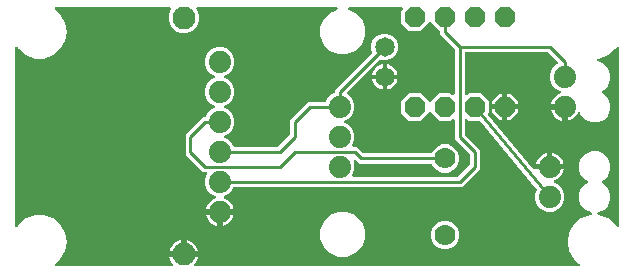
<source format=gbr>
G04 EAGLE Gerber RS-274X export*
G75*
%MOMM*%
%FSLAX34Y34*%
%LPD*%
%INTop Copper*%
%IPPOS*%
%AMOC8*
5,1,8,0,0,1.08239X$1,22.5*%
G01*
%ADD10C,1.651000*%
%ADD11P,1.869504X8X22.500000*%
%ADD12C,1.879600*%
%ADD13C,1.778000*%
%ADD14C,1.950000*%
%ADD15C,0.254000*%

G36*
X137459Y4590D02*
X137459Y4590D01*
X137598Y4603D01*
X137617Y4610D01*
X137637Y4613D01*
X137766Y4664D01*
X137897Y4711D01*
X137914Y4722D01*
X137933Y4730D01*
X138045Y4811D01*
X138160Y4889D01*
X138173Y4905D01*
X138190Y4916D01*
X138279Y5024D01*
X138371Y5128D01*
X138380Y5146D01*
X138393Y5161D01*
X138452Y5287D01*
X138515Y5411D01*
X138520Y5431D01*
X138528Y5449D01*
X138554Y5585D01*
X138585Y5721D01*
X138584Y5742D01*
X138588Y5761D01*
X138579Y5900D01*
X138575Y6039D01*
X138570Y6059D01*
X138568Y6079D01*
X138525Y6211D01*
X138487Y6345D01*
X138476Y6362D01*
X138470Y6381D01*
X138396Y6499D01*
X138325Y6619D01*
X138307Y6640D01*
X138300Y6650D01*
X138285Y6664D01*
X138219Y6740D01*
X137945Y7013D01*
X136808Y8578D01*
X135930Y10302D01*
X135332Y12142D01*
X135278Y12481D01*
X146050Y12481D01*
X146168Y12496D01*
X146287Y12503D01*
X146325Y12516D01*
X146365Y12521D01*
X146476Y12564D01*
X146589Y12601D01*
X146623Y12623D01*
X146661Y12638D01*
X146757Y12708D01*
X146858Y12771D01*
X146886Y12801D01*
X146918Y12824D01*
X146994Y12916D01*
X147076Y13003D01*
X147095Y13038D01*
X147121Y13069D01*
X147172Y13177D01*
X147229Y13281D01*
X147240Y13321D01*
X147257Y13357D01*
X147279Y13474D01*
X147309Y13589D01*
X147313Y13650D01*
X147317Y13670D01*
X147315Y13690D01*
X147319Y13750D01*
X147319Y15021D01*
X147321Y15021D01*
X147321Y13750D01*
X147336Y13632D01*
X147343Y13513D01*
X147356Y13475D01*
X147361Y13434D01*
X147405Y13324D01*
X147441Y13211D01*
X147463Y13176D01*
X147478Y13139D01*
X147548Y13043D01*
X147611Y12942D01*
X147641Y12914D01*
X147665Y12881D01*
X147756Y12806D01*
X147843Y12724D01*
X147878Y12704D01*
X147910Y12679D01*
X148017Y12628D01*
X148122Y12570D01*
X148161Y12560D01*
X148197Y12543D01*
X148314Y12521D01*
X148429Y12491D01*
X148490Y12487D01*
X148510Y12483D01*
X148530Y12485D01*
X148590Y12481D01*
X159362Y12481D01*
X159308Y12142D01*
X158710Y10302D01*
X157832Y8578D01*
X156695Y7013D01*
X156421Y6740D01*
X156336Y6630D01*
X156247Y6523D01*
X156239Y6504D01*
X156226Y6488D01*
X156171Y6360D01*
X156112Y6235D01*
X156108Y6215D01*
X156100Y6196D01*
X156078Y6059D01*
X156052Y5922D01*
X156053Y5902D01*
X156050Y5882D01*
X156063Y5744D01*
X156072Y5605D01*
X156078Y5586D01*
X156080Y5566D01*
X156127Y5434D01*
X156170Y5303D01*
X156181Y5285D01*
X156187Y5266D01*
X156266Y5151D01*
X156340Y5034D01*
X156355Y5020D01*
X156366Y5003D01*
X156470Y4911D01*
X156572Y4816D01*
X156589Y4806D01*
X156604Y4793D01*
X156729Y4729D01*
X156850Y4662D01*
X156870Y4657D01*
X156888Y4648D01*
X157024Y4618D01*
X157158Y4583D01*
X157186Y4581D01*
X157198Y4578D01*
X157218Y4579D01*
X157319Y4573D01*
X481464Y4573D01*
X481499Y4577D01*
X481534Y4575D01*
X481656Y4597D01*
X481779Y4613D01*
X481812Y4626D01*
X481847Y4632D01*
X481960Y4684D01*
X482075Y4730D01*
X482104Y4750D01*
X482136Y4765D01*
X482232Y4844D01*
X482332Y4916D01*
X482355Y4944D01*
X482383Y4966D01*
X482456Y5066D01*
X482535Y5161D01*
X482550Y5193D01*
X482571Y5222D01*
X482618Y5337D01*
X482671Y5449D01*
X482677Y5484D01*
X482691Y5517D01*
X482707Y5640D01*
X482731Y5761D01*
X482728Y5797D01*
X482733Y5832D01*
X482719Y5955D01*
X482711Y6079D01*
X482700Y6113D01*
X482696Y6148D01*
X482651Y6264D01*
X482613Y6381D01*
X482594Y6411D01*
X482581Y6444D01*
X482509Y6545D01*
X482443Y6650D01*
X482417Y6674D01*
X482396Y6703D01*
X482280Y6814D01*
X477715Y10644D01*
X473729Y17549D01*
X472345Y25400D01*
X473729Y33251D01*
X477715Y40155D01*
X483822Y45280D01*
X491314Y48007D01*
X491807Y48007D01*
X491876Y48015D01*
X491946Y48014D01*
X492034Y48035D01*
X492123Y48047D01*
X492188Y48072D01*
X492255Y48089D01*
X492335Y48131D01*
X492418Y48164D01*
X492475Y48205D01*
X492536Y48237D01*
X492603Y48298D01*
X492676Y48350D01*
X492720Y48404D01*
X492772Y48451D01*
X492821Y48526D01*
X492878Y48595D01*
X492908Y48659D01*
X492947Y48717D01*
X492976Y48802D01*
X493014Y48883D01*
X493027Y48952D01*
X493050Y49018D01*
X493057Y49107D01*
X493074Y49195D01*
X493069Y49265D01*
X493075Y49335D01*
X493060Y49423D01*
X493054Y49513D01*
X493033Y49579D01*
X493021Y49648D01*
X492984Y49730D01*
X492956Y49815D01*
X492919Y49874D01*
X492890Y49938D01*
X492834Y50008D01*
X492786Y50084D01*
X492735Y50132D01*
X492691Y50186D01*
X492620Y50241D01*
X492554Y50302D01*
X492493Y50336D01*
X492437Y50378D01*
X492293Y50449D01*
X487818Y52302D01*
X484102Y56018D01*
X482091Y60873D01*
X482091Y66127D01*
X484102Y70982D01*
X487818Y74698D01*
X488613Y75027D01*
X488734Y75096D01*
X488857Y75161D01*
X488872Y75175D01*
X488890Y75185D01*
X488990Y75282D01*
X489092Y75375D01*
X489104Y75392D01*
X489118Y75406D01*
X489191Y75525D01*
X489267Y75641D01*
X489274Y75660D01*
X489284Y75677D01*
X489325Y75810D01*
X489370Y75942D01*
X489372Y75962D01*
X489378Y75981D01*
X489385Y76120D01*
X489396Y76259D01*
X489392Y76279D01*
X489393Y76299D01*
X489365Y76435D01*
X489341Y76572D01*
X489333Y76591D01*
X489329Y76610D01*
X489268Y76735D01*
X489211Y76862D01*
X489198Y76878D01*
X489189Y76896D01*
X489099Y77002D01*
X489012Y77110D01*
X488996Y77123D01*
X488983Y77138D01*
X488869Y77218D01*
X488758Y77302D01*
X488733Y77314D01*
X488723Y77321D01*
X488704Y77328D01*
X488613Y77373D01*
X487818Y77702D01*
X484102Y81418D01*
X482091Y86273D01*
X482091Y91527D01*
X484102Y96382D01*
X487818Y100098D01*
X492673Y102109D01*
X497927Y102109D01*
X502782Y100098D01*
X506498Y96382D01*
X508509Y91527D01*
X508509Y86273D01*
X506498Y81418D01*
X502782Y77702D01*
X501987Y77373D01*
X501866Y77304D01*
X501743Y77239D01*
X501728Y77225D01*
X501710Y77215D01*
X501610Y77118D01*
X501508Y77025D01*
X501496Y77008D01*
X501482Y76994D01*
X501409Y76875D01*
X501333Y76759D01*
X501326Y76740D01*
X501316Y76723D01*
X501275Y76590D01*
X501230Y76458D01*
X501228Y76438D01*
X501222Y76419D01*
X501215Y76280D01*
X501204Y76141D01*
X501208Y76121D01*
X501207Y76101D01*
X501235Y75965D01*
X501259Y75828D01*
X501267Y75810D01*
X501271Y75790D01*
X501332Y75664D01*
X501389Y75538D01*
X501402Y75522D01*
X501411Y75504D01*
X501502Y75398D01*
X501588Y75290D01*
X501604Y75277D01*
X501617Y75262D01*
X501732Y75181D01*
X501842Y75098D01*
X501867Y75086D01*
X501877Y75079D01*
X501897Y75072D01*
X501987Y75027D01*
X502782Y74698D01*
X506498Y70982D01*
X508509Y66127D01*
X508509Y60873D01*
X506498Y56018D01*
X502782Y52302D01*
X498307Y50449D01*
X498247Y50414D01*
X498182Y50388D01*
X498109Y50336D01*
X498031Y50291D01*
X497981Y50243D01*
X497924Y50202D01*
X497867Y50132D01*
X497803Y50070D01*
X497766Y50010D01*
X497722Y49957D01*
X497683Y49875D01*
X497636Y49799D01*
X497616Y49732D01*
X497586Y49669D01*
X497569Y49581D01*
X497543Y49495D01*
X497539Y49425D01*
X497526Y49356D01*
X497532Y49267D01*
X497528Y49177D01*
X497542Y49109D01*
X497546Y49039D01*
X497574Y48954D01*
X497592Y48866D01*
X497623Y48803D01*
X497644Y48737D01*
X497692Y48661D01*
X497732Y48580D01*
X497777Y48527D01*
X497814Y48468D01*
X497880Y48406D01*
X497938Y48338D01*
X497995Y48298D01*
X498046Y48250D01*
X498124Y48207D01*
X498198Y48155D01*
X498263Y48130D01*
X498324Y48096D01*
X498411Y48074D01*
X498495Y48042D01*
X498565Y48034D01*
X498632Y48017D01*
X498793Y48007D01*
X499286Y48007D01*
X506778Y45280D01*
X512885Y40156D01*
X513759Y38642D01*
X513847Y38525D01*
X513932Y38408D01*
X513943Y38399D01*
X513951Y38389D01*
X514065Y38298D01*
X514177Y38205D01*
X514190Y38199D01*
X514200Y38191D01*
X514334Y38131D01*
X514465Y38070D01*
X514478Y38067D01*
X514491Y38062D01*
X514635Y38037D01*
X514778Y38010D01*
X514791Y38011D01*
X514804Y38008D01*
X514950Y38021D01*
X515095Y38030D01*
X515108Y38034D01*
X515121Y38035D01*
X515259Y38083D01*
X515397Y38128D01*
X515409Y38135D01*
X515422Y38139D01*
X515543Y38220D01*
X515666Y38298D01*
X515675Y38308D01*
X515687Y38315D01*
X515784Y38423D01*
X515884Y38529D01*
X515891Y38541D01*
X515900Y38551D01*
X515967Y38680D01*
X516038Y38808D01*
X516041Y38821D01*
X516047Y38833D01*
X516081Y38975D01*
X516117Y39116D01*
X516118Y39134D01*
X516120Y39142D01*
X516120Y39160D01*
X516127Y39276D01*
X516127Y189324D01*
X516109Y189468D01*
X516094Y189613D01*
X516089Y189626D01*
X516087Y189639D01*
X516034Y189774D01*
X515983Y189911D01*
X515975Y189922D01*
X515970Y189935D01*
X515885Y190052D01*
X515802Y190172D01*
X515791Y190181D01*
X515784Y190192D01*
X515672Y190285D01*
X515561Y190380D01*
X515549Y190386D01*
X515539Y190395D01*
X515407Y190457D01*
X515276Y190522D01*
X515263Y190525D01*
X515251Y190530D01*
X515108Y190558D01*
X514965Y190588D01*
X514952Y190588D01*
X514939Y190590D01*
X514794Y190581D01*
X514648Y190575D01*
X514634Y190571D01*
X514621Y190570D01*
X514483Y190526D01*
X514343Y190484D01*
X514331Y190477D01*
X514319Y190472D01*
X514196Y190395D01*
X514071Y190319D01*
X514061Y190310D01*
X514050Y190302D01*
X513950Y190196D01*
X513848Y190092D01*
X513838Y190077D01*
X513832Y190071D01*
X513824Y190056D01*
X513759Y189958D01*
X512885Y188445D01*
X506778Y183320D01*
X499286Y180593D01*
X498793Y180593D01*
X498724Y180585D01*
X498654Y180586D01*
X498566Y180565D01*
X498477Y180553D01*
X498412Y180528D01*
X498345Y180511D01*
X498265Y180469D01*
X498182Y180436D01*
X498125Y180395D01*
X498064Y180363D01*
X497997Y180302D01*
X497924Y180250D01*
X497880Y180196D01*
X497828Y180149D01*
X497779Y180074D01*
X497722Y180005D01*
X497692Y179941D01*
X497653Y179883D01*
X497624Y179798D01*
X497586Y179717D01*
X497573Y179648D01*
X497550Y179582D01*
X497543Y179493D01*
X497526Y179405D01*
X497531Y179335D01*
X497525Y179265D01*
X497540Y179177D01*
X497546Y179087D01*
X497567Y179021D01*
X497579Y178952D01*
X497616Y178870D01*
X497644Y178785D01*
X497681Y178726D01*
X497710Y178662D01*
X497766Y178592D01*
X497814Y178516D01*
X497865Y178468D01*
X497909Y178414D01*
X497980Y178359D01*
X498046Y178298D01*
X498107Y178264D01*
X498163Y178222D01*
X498307Y178151D01*
X502782Y176298D01*
X506498Y172582D01*
X508509Y167727D01*
X508509Y162473D01*
X506498Y157618D01*
X502782Y153902D01*
X501987Y153573D01*
X501866Y153504D01*
X501743Y153439D01*
X501728Y153425D01*
X501710Y153415D01*
X501610Y153318D01*
X501508Y153225D01*
X501496Y153208D01*
X501482Y153194D01*
X501409Y153075D01*
X501333Y152959D01*
X501326Y152940D01*
X501316Y152923D01*
X501275Y152790D01*
X501230Y152658D01*
X501228Y152638D01*
X501222Y152619D01*
X501215Y152480D01*
X501204Y152341D01*
X501208Y152321D01*
X501207Y152301D01*
X501235Y152165D01*
X501259Y152028D01*
X501267Y152009D01*
X501271Y151990D01*
X501332Y151865D01*
X501389Y151738D01*
X501402Y151722D01*
X501411Y151704D01*
X501501Y151598D01*
X501588Y151490D01*
X501604Y151477D01*
X501617Y151462D01*
X501731Y151382D01*
X501842Y151298D01*
X501867Y151286D01*
X501877Y151279D01*
X501896Y151272D01*
X501987Y151227D01*
X502782Y150898D01*
X506498Y147182D01*
X508509Y142327D01*
X508509Y137073D01*
X506498Y132218D01*
X502782Y128502D01*
X497927Y126491D01*
X492673Y126491D01*
X487818Y128502D01*
X484102Y132218D01*
X483086Y134671D01*
X483042Y134748D01*
X483006Y134831D01*
X482963Y134886D01*
X482929Y134947D01*
X482866Y135011D01*
X482812Y135082D01*
X482756Y135125D01*
X482707Y135175D01*
X482631Y135222D01*
X482560Y135277D01*
X482496Y135305D01*
X482436Y135342D01*
X482351Y135368D01*
X482269Y135403D01*
X482199Y135415D01*
X482132Y135435D01*
X482043Y135439D01*
X481955Y135453D01*
X481885Y135447D01*
X481815Y135450D01*
X481727Y135432D01*
X481638Y135424D01*
X481572Y135400D01*
X481503Y135386D01*
X481423Y135347D01*
X481339Y135316D01*
X481281Y135277D01*
X481218Y135246D01*
X481149Y135188D01*
X481075Y135138D01*
X481029Y135085D01*
X480976Y135040D01*
X480924Y134967D01*
X480865Y134900D01*
X480801Y134792D01*
X480792Y134780D01*
X480790Y134773D01*
X480783Y134761D01*
X480111Y133443D01*
X479006Y131922D01*
X477678Y130594D01*
X476157Y129489D01*
X474483Y128636D01*
X472696Y128055D01*
X472439Y128015D01*
X472439Y138430D01*
X472424Y138548D01*
X472417Y138667D01*
X472404Y138705D01*
X472399Y138745D01*
X472356Y138856D01*
X472319Y138969D01*
X472297Y139003D01*
X472282Y139041D01*
X472212Y139137D01*
X472149Y139238D01*
X472119Y139266D01*
X472095Y139298D01*
X472004Y139374D01*
X471917Y139456D01*
X471882Y139475D01*
X471851Y139501D01*
X471743Y139552D01*
X471639Y139609D01*
X471599Y139620D01*
X471563Y139637D01*
X471446Y139659D01*
X471331Y139689D01*
X471270Y139693D01*
X471250Y139697D01*
X471230Y139695D01*
X471170Y139699D01*
X469899Y139699D01*
X469899Y140970D01*
X469884Y141088D01*
X469877Y141207D01*
X469864Y141245D01*
X469859Y141285D01*
X469815Y141396D01*
X469779Y141509D01*
X469757Y141544D01*
X469742Y141581D01*
X469672Y141677D01*
X469609Y141778D01*
X469579Y141806D01*
X469555Y141839D01*
X469464Y141914D01*
X469377Y141996D01*
X469342Y142016D01*
X469310Y142041D01*
X469203Y142092D01*
X469098Y142150D01*
X469059Y142160D01*
X469023Y142177D01*
X468906Y142199D01*
X468791Y142229D01*
X468730Y142233D01*
X468710Y142237D01*
X468690Y142235D01*
X468630Y142239D01*
X458215Y142239D01*
X458255Y142496D01*
X458836Y144283D01*
X459689Y145957D01*
X460794Y147478D01*
X462122Y148806D01*
X463643Y149911D01*
X465317Y150764D01*
X465782Y150915D01*
X465809Y150928D01*
X465838Y150935D01*
X465952Y150995D01*
X466070Y151050D01*
X466093Y151069D01*
X466119Y151083D01*
X466215Y151170D01*
X466315Y151253D01*
X466332Y151277D01*
X466354Y151297D01*
X466426Y151406D01*
X466502Y151510D01*
X466513Y151538D01*
X466529Y151563D01*
X466571Y151686D01*
X466619Y151806D01*
X466623Y151836D01*
X466632Y151864D01*
X466643Y151993D01*
X466659Y152121D01*
X466655Y152151D01*
X466658Y152181D01*
X466635Y152309D01*
X466619Y152437D01*
X466608Y152465D01*
X466603Y152494D01*
X466550Y152612D01*
X466502Y152733D01*
X466485Y152757D01*
X466473Y152784D01*
X466392Y152885D01*
X466316Y152990D01*
X466293Y153009D01*
X466274Y153033D01*
X466170Y153111D01*
X466071Y153193D01*
X466044Y153206D01*
X466020Y153224D01*
X465875Y153295D01*
X462850Y154548D01*
X459348Y158050D01*
X457453Y162624D01*
X457453Y167576D01*
X459348Y172150D01*
X462850Y175652D01*
X463280Y175830D01*
X463323Y175855D01*
X463370Y175872D01*
X463461Y175933D01*
X463556Y175988D01*
X463592Y176022D01*
X463633Y176050D01*
X463706Y176133D01*
X463785Y176209D01*
X463811Y176251D01*
X463844Y176289D01*
X463894Y176387D01*
X463951Y176480D01*
X463966Y176528D01*
X463988Y176572D01*
X464012Y176679D01*
X464045Y176784D01*
X464047Y176834D01*
X464058Y176882D01*
X464055Y176992D01*
X464060Y177102D01*
X464050Y177150D01*
X464048Y177200D01*
X464018Y177306D01*
X463996Y177413D01*
X463974Y177458D01*
X463960Y177506D01*
X463904Y177600D01*
X463856Y177699D01*
X463824Y177737D01*
X463798Y177780D01*
X463692Y177900D01*
X455783Y185810D01*
X455705Y185870D01*
X455633Y185938D01*
X455580Y185967D01*
X455532Y186004D01*
X455441Y186044D01*
X455354Y186092D01*
X455295Y186107D01*
X455240Y186131D01*
X455142Y186146D01*
X455046Y186171D01*
X454946Y186177D01*
X454926Y186181D01*
X454913Y186179D01*
X454885Y186181D01*
X386588Y186181D01*
X386470Y186166D01*
X386351Y186159D01*
X386313Y186146D01*
X386272Y186141D01*
X386162Y186098D01*
X386049Y186061D01*
X386014Y186039D01*
X385977Y186024D01*
X385881Y185955D01*
X385780Y185891D01*
X385752Y185861D01*
X385719Y185838D01*
X385643Y185746D01*
X385562Y185659D01*
X385542Y185624D01*
X385517Y185593D01*
X385466Y185485D01*
X385408Y185381D01*
X385398Y185341D01*
X385381Y185305D01*
X385359Y185188D01*
X385329Y185073D01*
X385325Y185013D01*
X385321Y184993D01*
X385323Y184972D01*
X385319Y184912D01*
X385319Y150908D01*
X385336Y150770D01*
X385349Y150631D01*
X385356Y150612D01*
X385359Y150592D01*
X385410Y150463D01*
X385457Y150332D01*
X385468Y150315D01*
X385476Y150296D01*
X385557Y150184D01*
X385635Y150069D01*
X385651Y150055D01*
X385662Y150039D01*
X385770Y149950D01*
X385874Y149858D01*
X385892Y149849D01*
X385907Y149836D01*
X386033Y149777D01*
X386157Y149714D01*
X386177Y149709D01*
X386195Y149701D01*
X386332Y149675D01*
X386467Y149644D01*
X386488Y149645D01*
X386507Y149641D01*
X386646Y149650D01*
X386785Y149654D01*
X386805Y149659D01*
X386825Y149661D01*
X386957Y149703D01*
X387091Y149742D01*
X387108Y149752D01*
X387127Y149759D01*
X387245Y149833D01*
X387365Y149904D01*
X387386Y149922D01*
X387396Y149929D01*
X387410Y149944D01*
X387485Y150010D01*
X388860Y151385D01*
X398540Y151385D01*
X405385Y144540D01*
X405385Y134860D01*
X405097Y134573D01*
X405059Y134524D01*
X405014Y134481D01*
X404962Y134399D01*
X404902Y134321D01*
X404878Y134265D01*
X404845Y134212D01*
X404815Y134119D01*
X404776Y134029D01*
X404766Y133968D01*
X404747Y133910D01*
X404741Y133812D01*
X404726Y133715D01*
X404732Y133654D01*
X404728Y133592D01*
X404747Y133496D01*
X404756Y133399D01*
X404777Y133341D01*
X404789Y133280D01*
X404830Y133191D01*
X404863Y133099D01*
X404898Y133048D01*
X404925Y132992D01*
X405020Y132862D01*
X443017Y87266D01*
X443044Y87240D01*
X443066Y87210D01*
X443160Y87132D01*
X443250Y87049D01*
X443283Y87031D01*
X443311Y87007D01*
X443422Y86955D01*
X443529Y86897D01*
X443565Y86887D01*
X443599Y86871D01*
X443719Y86848D01*
X443837Y86819D01*
X443875Y86819D01*
X443912Y86812D01*
X444033Y86819D01*
X444155Y86820D01*
X444191Y86829D01*
X444229Y86831D01*
X444344Y86869D01*
X456438Y86869D01*
X456556Y86884D01*
X456675Y86891D01*
X456713Y86903D01*
X456753Y86909D01*
X456864Y86952D01*
X456977Y86989D01*
X457011Y87011D01*
X457049Y87026D01*
X457145Y87095D01*
X457197Y87128D01*
X457215Y87112D01*
X457250Y87092D01*
X457282Y87067D01*
X457389Y87016D01*
X457494Y86958D01*
X457533Y86948D01*
X457569Y86931D01*
X457686Y86909D01*
X457802Y86879D01*
X457862Y86875D01*
X457882Y86871D01*
X457902Y86873D01*
X457962Y86869D01*
X468966Y86869D01*
X468845Y86104D01*
X468264Y84317D01*
X467411Y82643D01*
X466306Y81122D01*
X464978Y79794D01*
X463457Y78689D01*
X461783Y77836D01*
X461318Y77685D01*
X461291Y77672D01*
X461262Y77665D01*
X461148Y77605D01*
X461030Y77550D01*
X461007Y77531D01*
X460981Y77517D01*
X460885Y77430D01*
X460785Y77347D01*
X460768Y77323D01*
X460746Y77303D01*
X460674Y77194D01*
X460598Y77090D01*
X460587Y77062D01*
X460571Y77037D01*
X460529Y76914D01*
X460481Y76794D01*
X460477Y76764D01*
X460468Y76736D01*
X460457Y76607D01*
X460441Y76479D01*
X460445Y76449D01*
X460442Y76419D01*
X460465Y76291D01*
X460481Y76163D01*
X460492Y76135D01*
X460497Y76106D01*
X460550Y75988D01*
X460598Y75867D01*
X460615Y75843D01*
X460627Y75816D01*
X460708Y75715D01*
X460784Y75610D01*
X460807Y75591D01*
X460826Y75567D01*
X460930Y75489D01*
X461029Y75407D01*
X461056Y75394D01*
X461080Y75376D01*
X461225Y75305D01*
X464250Y74052D01*
X467752Y70550D01*
X469647Y65976D01*
X469647Y61024D01*
X467752Y56450D01*
X464250Y52948D01*
X459676Y51053D01*
X454724Y51053D01*
X450150Y52948D01*
X446648Y56450D01*
X444753Y61024D01*
X444753Y65976D01*
X446041Y69084D01*
X446075Y69210D01*
X446115Y69335D01*
X446117Y69363D01*
X446125Y69391D01*
X446127Y69522D01*
X446135Y69653D01*
X446129Y69680D01*
X446130Y69709D01*
X446099Y69836D01*
X446074Y69965D01*
X446062Y69990D01*
X446056Y70018D01*
X445994Y70134D01*
X445938Y70252D01*
X445914Y70285D01*
X445907Y70299D01*
X445892Y70315D01*
X445843Y70382D01*
X398196Y127559D01*
X398082Y127665D01*
X397968Y127772D01*
X397966Y127773D01*
X397964Y127775D01*
X397826Y127850D01*
X397690Y127926D01*
X397687Y127926D01*
X397684Y127928D01*
X397532Y127966D01*
X397382Y128005D01*
X397378Y128005D01*
X397376Y128006D01*
X397371Y128006D01*
X397221Y128015D01*
X388860Y128015D01*
X387485Y129390D01*
X387376Y129475D01*
X387269Y129564D01*
X387250Y129572D01*
X387234Y129585D01*
X387106Y129640D01*
X386981Y129699D01*
X386961Y129703D01*
X386942Y129711D01*
X386804Y129733D01*
X386668Y129759D01*
X386648Y129758D01*
X386628Y129761D01*
X386489Y129748D01*
X386351Y129739D01*
X386332Y129733D01*
X386312Y129731D01*
X386180Y129684D01*
X386049Y129641D01*
X386031Y129630D01*
X386012Y129624D01*
X385897Y129545D01*
X385780Y129471D01*
X385766Y129456D01*
X385749Y129445D01*
X385657Y129341D01*
X385562Y129239D01*
X385552Y129222D01*
X385539Y129207D01*
X385475Y129082D01*
X385408Y128961D01*
X385403Y128941D01*
X385394Y128923D01*
X385364Y128787D01*
X385329Y128653D01*
X385327Y128625D01*
X385324Y128613D01*
X385325Y128593D01*
X385319Y128492D01*
X385319Y116615D01*
X385331Y116516D01*
X385334Y116417D01*
X385351Y116359D01*
X385359Y116299D01*
X385395Y116207D01*
X385423Y116112D01*
X385453Y116060D01*
X385476Y116003D01*
X385534Y115923D01*
X385584Y115838D01*
X385650Y115763D01*
X385662Y115746D01*
X385672Y115738D01*
X385690Y115717D01*
X395117Y106290D01*
X398019Y103389D01*
X398019Y87111D01*
X382789Y71881D01*
X190331Y71881D01*
X190302Y71878D01*
X190273Y71880D01*
X190145Y71858D01*
X190016Y71841D01*
X189989Y71831D01*
X189959Y71826D01*
X189841Y71772D01*
X189720Y71724D01*
X189696Y71707D01*
X189669Y71695D01*
X189568Y71614D01*
X189463Y71538D01*
X189444Y71515D01*
X189421Y71496D01*
X189343Y71393D01*
X189260Y71293D01*
X189247Y71266D01*
X189230Y71242D01*
X189159Y71098D01*
X188352Y69150D01*
X184850Y65648D01*
X181825Y64395D01*
X181799Y64380D01*
X181770Y64371D01*
X181661Y64301D01*
X181548Y64237D01*
X181527Y64216D01*
X181502Y64200D01*
X181413Y64106D01*
X181320Y64016D01*
X181304Y63990D01*
X181284Y63969D01*
X181221Y63855D01*
X181154Y63745D01*
X181145Y63716D01*
X181131Y63690D01*
X181098Y63565D01*
X181060Y63441D01*
X181059Y63411D01*
X181051Y63382D01*
X181051Y63252D01*
X181045Y63123D01*
X181051Y63094D01*
X181051Y63064D01*
X181083Y62939D01*
X181109Y62812D01*
X181122Y62785D01*
X181130Y62756D01*
X181192Y62643D01*
X181249Y62526D01*
X181268Y62503D01*
X181283Y62477D01*
X181371Y62383D01*
X181455Y62284D01*
X181480Y62267D01*
X181500Y62245D01*
X181609Y62176D01*
X181715Y62101D01*
X181743Y62090D01*
X181769Y62074D01*
X181918Y62015D01*
X182383Y61864D01*
X184057Y61011D01*
X185578Y59906D01*
X186906Y58578D01*
X188011Y57057D01*
X188864Y55383D01*
X189445Y53596D01*
X189485Y53339D01*
X179070Y53339D01*
X178952Y53324D01*
X178833Y53317D01*
X178795Y53304D01*
X178755Y53299D01*
X178644Y53256D01*
X178531Y53219D01*
X178497Y53197D01*
X178459Y53182D01*
X178363Y53112D01*
X178262Y53049D01*
X178234Y53019D01*
X178202Y52995D01*
X178126Y52904D01*
X178044Y52817D01*
X178025Y52782D01*
X177999Y52751D01*
X177948Y52643D01*
X177891Y52539D01*
X177880Y52499D01*
X177863Y52463D01*
X177841Y52346D01*
X177811Y52231D01*
X177807Y52170D01*
X177803Y52150D01*
X177805Y52130D01*
X177801Y52070D01*
X177801Y50799D01*
X177799Y50799D01*
X177799Y52070D01*
X177784Y52188D01*
X177777Y52307D01*
X177764Y52345D01*
X177759Y52385D01*
X177715Y52496D01*
X177679Y52609D01*
X177657Y52644D01*
X177642Y52681D01*
X177572Y52777D01*
X177509Y52878D01*
X177479Y52906D01*
X177455Y52939D01*
X177364Y53014D01*
X177277Y53096D01*
X177242Y53116D01*
X177210Y53141D01*
X177103Y53192D01*
X176998Y53250D01*
X176959Y53260D01*
X176923Y53277D01*
X176806Y53299D01*
X176691Y53329D01*
X176630Y53333D01*
X176610Y53337D01*
X176590Y53335D01*
X176530Y53339D01*
X166115Y53339D01*
X166155Y53596D01*
X166736Y55383D01*
X167589Y57057D01*
X168694Y58578D01*
X170022Y59906D01*
X171543Y61011D01*
X173217Y61864D01*
X173682Y62015D01*
X173709Y62028D01*
X173738Y62035D01*
X173852Y62095D01*
X173970Y62150D01*
X173993Y62169D01*
X174019Y62183D01*
X174115Y62270D01*
X174215Y62353D01*
X174232Y62377D01*
X174254Y62397D01*
X174326Y62506D01*
X174402Y62610D01*
X174413Y62638D01*
X174429Y62663D01*
X174471Y62786D01*
X174519Y62906D01*
X174523Y62936D01*
X174532Y62964D01*
X174543Y63093D01*
X174559Y63221D01*
X174555Y63251D01*
X174558Y63281D01*
X174535Y63409D01*
X174519Y63537D01*
X174508Y63565D01*
X174503Y63594D01*
X174450Y63712D01*
X174402Y63833D01*
X174385Y63857D01*
X174373Y63884D01*
X174292Y63985D01*
X174216Y64090D01*
X174193Y64109D01*
X174174Y64133D01*
X174070Y64211D01*
X173971Y64293D01*
X173944Y64306D01*
X173920Y64324D01*
X173775Y64395D01*
X170750Y65648D01*
X167248Y69150D01*
X165353Y73724D01*
X165353Y78676D01*
X167072Y82826D01*
X167082Y82861D01*
X167088Y82873D01*
X167090Y82883D01*
X167107Y82919D01*
X167127Y83027D01*
X167156Y83133D01*
X167157Y83183D01*
X167167Y83232D01*
X167160Y83341D01*
X167161Y83451D01*
X167150Y83499D01*
X167147Y83549D01*
X167113Y83653D01*
X167087Y83760D01*
X167064Y83804D01*
X167049Y83851D01*
X166990Y83944D01*
X166939Y84041D01*
X166905Y84078D01*
X166879Y84120D01*
X166798Y84195D01*
X166725Y84277D01*
X166683Y84304D01*
X166647Y84338D01*
X166551Y84391D01*
X166459Y84451D01*
X166412Y84468D01*
X166368Y84492D01*
X166262Y84519D01*
X166158Y84555D01*
X166109Y84559D01*
X166061Y84571D01*
X165900Y84581D01*
X163311Y84581D01*
X148081Y99811D01*
X148081Y116089D01*
X163311Y131319D01*
X165269Y131319D01*
X165298Y131322D01*
X165327Y131320D01*
X165455Y131342D01*
X165584Y131359D01*
X165611Y131369D01*
X165641Y131374D01*
X165759Y131428D01*
X165880Y131476D01*
X165904Y131493D01*
X165931Y131505D01*
X166032Y131586D01*
X166137Y131662D01*
X166156Y131685D01*
X166179Y131704D01*
X166257Y131807D01*
X166340Y131907D01*
X166353Y131934D01*
X166370Y131958D01*
X166441Y132102D01*
X167248Y134050D01*
X170750Y137552D01*
X173105Y138527D01*
X173225Y138596D01*
X173348Y138661D01*
X173363Y138675D01*
X173381Y138685D01*
X173481Y138782D01*
X173584Y138875D01*
X173595Y138892D01*
X173609Y138906D01*
X173682Y139025D01*
X173758Y139141D01*
X173765Y139160D01*
X173776Y139177D01*
X173817Y139310D01*
X173862Y139442D01*
X173863Y139462D01*
X173869Y139481D01*
X173876Y139620D01*
X173887Y139759D01*
X173883Y139779D01*
X173884Y139799D01*
X173856Y139935D01*
X173832Y140072D01*
X173824Y140091D01*
X173820Y140110D01*
X173759Y140236D01*
X173702Y140362D01*
X173689Y140378D01*
X173680Y140396D01*
X173590Y140502D01*
X173503Y140610D01*
X173487Y140623D01*
X173474Y140638D01*
X173360Y140718D01*
X173249Y140802D01*
X173224Y140814D01*
X173214Y140821D01*
X173195Y140828D01*
X173105Y140873D01*
X170749Y141848D01*
X167248Y145350D01*
X165353Y149924D01*
X165353Y154876D01*
X167248Y159450D01*
X170750Y162952D01*
X173105Y163927D01*
X173225Y163996D01*
X173348Y164061D01*
X173363Y164075D01*
X173381Y164085D01*
X173481Y164182D01*
X173584Y164275D01*
X173595Y164292D01*
X173609Y164306D01*
X173682Y164425D01*
X173758Y164541D01*
X173765Y164560D01*
X173776Y164577D01*
X173817Y164710D01*
X173862Y164842D01*
X173863Y164862D01*
X173869Y164881D01*
X173876Y165020D01*
X173887Y165159D01*
X173883Y165179D01*
X173884Y165199D01*
X173856Y165335D01*
X173832Y165472D01*
X173824Y165491D01*
X173820Y165510D01*
X173759Y165636D01*
X173702Y165762D01*
X173689Y165778D01*
X173680Y165796D01*
X173590Y165902D01*
X173503Y166010D01*
X173487Y166023D01*
X173474Y166038D01*
X173360Y166118D01*
X173249Y166202D01*
X173224Y166214D01*
X173214Y166221D01*
X173195Y166228D01*
X173105Y166273D01*
X170749Y167248D01*
X167248Y170750D01*
X165353Y175324D01*
X165353Y180276D01*
X167248Y184850D01*
X170750Y188352D01*
X175324Y190247D01*
X180276Y190247D01*
X184850Y188352D01*
X188352Y184850D01*
X190247Y180276D01*
X190247Y175324D01*
X188352Y170750D01*
X184851Y167248D01*
X182495Y166273D01*
X182374Y166204D01*
X182252Y166139D01*
X182237Y166125D01*
X182219Y166115D01*
X182119Y166018D01*
X182016Y165925D01*
X182005Y165908D01*
X181991Y165894D01*
X181918Y165776D01*
X181842Y165659D01*
X181835Y165640D01*
X181824Y165623D01*
X181784Y165490D01*
X181738Y165358D01*
X181737Y165338D01*
X181731Y165319D01*
X181724Y165180D01*
X181713Y165041D01*
X181717Y165021D01*
X181716Y165001D01*
X181744Y164865D01*
X181768Y164728D01*
X181776Y164709D01*
X181780Y164690D01*
X181841Y164565D01*
X181898Y164438D01*
X181911Y164422D01*
X181920Y164404D01*
X182010Y164298D01*
X182097Y164190D01*
X182113Y164177D01*
X182126Y164162D01*
X182240Y164082D01*
X182351Y163998D01*
X182376Y163986D01*
X182386Y163979D01*
X182405Y163972D01*
X182495Y163927D01*
X184850Y162952D01*
X188352Y159450D01*
X190247Y154876D01*
X190247Y149924D01*
X188352Y145350D01*
X184851Y141848D01*
X182495Y140873D01*
X182374Y140804D01*
X182252Y140739D01*
X182237Y140725D01*
X182219Y140715D01*
X182119Y140618D01*
X182016Y140525D01*
X182005Y140508D01*
X181991Y140494D01*
X181918Y140376D01*
X181842Y140259D01*
X181835Y140240D01*
X181824Y140223D01*
X181784Y140090D01*
X181738Y139958D01*
X181737Y139938D01*
X181731Y139919D01*
X181724Y139780D01*
X181713Y139641D01*
X181717Y139621D01*
X181716Y139601D01*
X181744Y139465D01*
X181768Y139328D01*
X181776Y139309D01*
X181780Y139290D01*
X181841Y139165D01*
X181898Y139038D01*
X181911Y139022D01*
X181920Y139004D01*
X182010Y138898D01*
X182097Y138790D01*
X182113Y138777D01*
X182126Y138762D01*
X182240Y138682D01*
X182351Y138598D01*
X182376Y138586D01*
X182386Y138579D01*
X182405Y138572D01*
X182495Y138527D01*
X184850Y137552D01*
X188352Y134050D01*
X190247Y129476D01*
X190247Y124524D01*
X188352Y119950D01*
X184851Y116448D01*
X182495Y115473D01*
X182374Y115404D01*
X182252Y115339D01*
X182237Y115325D01*
X182219Y115315D01*
X182119Y115218D01*
X182016Y115125D01*
X182005Y115108D01*
X181991Y115094D01*
X181918Y114976D01*
X181842Y114859D01*
X181835Y114840D01*
X181824Y114823D01*
X181784Y114690D01*
X181738Y114558D01*
X181737Y114538D01*
X181731Y114519D01*
X181724Y114380D01*
X181713Y114241D01*
X181717Y114221D01*
X181716Y114201D01*
X181744Y114065D01*
X181768Y113928D01*
X181776Y113909D01*
X181780Y113890D01*
X181841Y113765D01*
X181898Y113638D01*
X181911Y113622D01*
X181920Y113604D01*
X182010Y113498D01*
X182097Y113390D01*
X182113Y113377D01*
X182126Y113362D01*
X182240Y113282D01*
X182351Y113198D01*
X182376Y113186D01*
X182386Y113179D01*
X182405Y113172D01*
X182495Y113127D01*
X184850Y112152D01*
X188352Y108650D01*
X189159Y106702D01*
X189173Y106677D01*
X189183Y106649D01*
X189252Y106539D01*
X189316Y106426D01*
X189337Y106405D01*
X189353Y106380D01*
X189447Y106291D01*
X189538Y106198D01*
X189563Y106182D01*
X189584Y106162D01*
X189698Y106099D01*
X189809Y106031D01*
X189837Y106023D01*
X189863Y106008D01*
X189989Y105976D01*
X190113Y105938D01*
X190142Y105936D01*
X190171Y105929D01*
X190331Y105919D01*
X226285Y105919D01*
X226384Y105931D01*
X226483Y105934D01*
X226541Y105951D01*
X226601Y105959D01*
X226693Y105995D01*
X226788Y106023D01*
X226840Y106053D01*
X226897Y106076D01*
X226977Y106134D01*
X227062Y106184D01*
X227137Y106250D01*
X227154Y106262D01*
X227162Y106272D01*
X227183Y106290D01*
X236610Y115717D01*
X236670Y115795D01*
X236738Y115868D01*
X236767Y115921D01*
X236804Y115968D01*
X236844Y116059D01*
X236892Y116146D01*
X236907Y116205D01*
X236931Y116260D01*
X236946Y116358D01*
X236971Y116454D01*
X236977Y116554D01*
X236981Y116574D01*
X236979Y116587D01*
X236981Y116615D01*
X236981Y128789D01*
X252211Y144019D01*
X266869Y144019D01*
X266898Y144022D01*
X266927Y144020D01*
X267055Y144042D01*
X267184Y144059D01*
X267211Y144069D01*
X267241Y144074D01*
X267359Y144128D01*
X267480Y144176D01*
X267504Y144193D01*
X267531Y144205D01*
X267632Y144286D01*
X267737Y144362D01*
X267756Y144385D01*
X267779Y144404D01*
X267857Y144507D01*
X267940Y144607D01*
X267953Y144634D01*
X267970Y144658D01*
X268041Y144802D01*
X268848Y146750D01*
X272350Y150252D01*
X274298Y151059D01*
X274323Y151073D01*
X274351Y151083D01*
X274461Y151152D01*
X274574Y151216D01*
X274595Y151237D01*
X274620Y151253D01*
X274709Y151347D01*
X274802Y151438D01*
X274818Y151463D01*
X274838Y151484D01*
X274901Y151598D01*
X274969Y151709D01*
X274977Y151737D01*
X274992Y151763D01*
X275024Y151889D01*
X275062Y152013D01*
X275064Y152042D01*
X275071Y152071D01*
X275081Y152231D01*
X275081Y154189D01*
X306460Y185568D01*
X306478Y185591D01*
X306501Y185610D01*
X306575Y185716D01*
X306655Y185819D01*
X306667Y185846D01*
X306684Y185870D01*
X306730Y185991D01*
X306781Y186111D01*
X306786Y186140D01*
X306796Y186167D01*
X306811Y186296D01*
X306831Y186425D01*
X306828Y186454D01*
X306832Y186484D01*
X306813Y186612D01*
X306801Y186741D01*
X306791Y186769D01*
X306787Y186798D01*
X306735Y186951D01*
X306196Y188252D01*
X306196Y192748D01*
X307917Y196903D01*
X311097Y200083D01*
X315252Y201804D01*
X319748Y201804D01*
X323903Y200083D01*
X327083Y196903D01*
X328804Y192748D01*
X328804Y188252D01*
X327083Y184097D01*
X323903Y180917D01*
X319748Y179196D01*
X315252Y179196D01*
X313951Y179735D01*
X313922Y179743D01*
X313896Y179756D01*
X313769Y179785D01*
X313644Y179819D01*
X313615Y179819D01*
X313586Y179826D01*
X313456Y179822D01*
X313326Y179824D01*
X313297Y179817D01*
X313268Y179816D01*
X313143Y179780D01*
X313017Y179750D01*
X312991Y179736D01*
X312962Y179728D01*
X312850Y179662D01*
X312736Y179601D01*
X312714Y179581D01*
X312688Y179566D01*
X312568Y179460D01*
X285608Y152500D01*
X285578Y152461D01*
X285541Y152428D01*
X285480Y152336D01*
X285413Y152249D01*
X285393Y152203D01*
X285366Y152162D01*
X285330Y152058D01*
X285287Y151957D01*
X285279Y151908D01*
X285263Y151861D01*
X285254Y151752D01*
X285237Y151643D01*
X285242Y151594D01*
X285238Y151544D01*
X285256Y151436D01*
X285267Y151327D01*
X285283Y151280D01*
X285292Y151231D01*
X285337Y151131D01*
X285374Y151027D01*
X285402Y150986D01*
X285423Y150941D01*
X285491Y150855D01*
X285553Y150764D01*
X285590Y150731D01*
X285621Y150692D01*
X285709Y150626D01*
X285791Y150554D01*
X285836Y150531D01*
X285875Y150501D01*
X286020Y150430D01*
X286450Y150252D01*
X289952Y146750D01*
X291847Y142176D01*
X291847Y137224D01*
X289952Y132650D01*
X286450Y129148D01*
X284095Y128173D01*
X283975Y128104D01*
X283852Y128039D01*
X283837Y128025D01*
X283819Y128015D01*
X283719Y127918D01*
X283616Y127825D01*
X283605Y127808D01*
X283591Y127794D01*
X283518Y127676D01*
X283442Y127559D01*
X283435Y127540D01*
X283424Y127523D01*
X283384Y127390D01*
X283338Y127258D01*
X283337Y127238D01*
X283331Y127219D01*
X283324Y127080D01*
X283313Y126941D01*
X283317Y126921D01*
X283316Y126901D01*
X283344Y126764D01*
X283368Y126628D01*
X283376Y126609D01*
X283380Y126590D01*
X283441Y126464D01*
X283498Y126338D01*
X283511Y126322D01*
X283520Y126304D01*
X283610Y126198D01*
X283697Y126090D01*
X283713Y126077D01*
X283726Y126062D01*
X283840Y125982D01*
X283951Y125898D01*
X283976Y125886D01*
X283986Y125879D01*
X284005Y125872D01*
X284095Y125827D01*
X286450Y124852D01*
X289952Y121350D01*
X291847Y116776D01*
X291847Y111824D01*
X290128Y107674D01*
X290114Y107626D01*
X290093Y107581D01*
X290073Y107473D01*
X290044Y107367D01*
X290043Y107317D01*
X290033Y107268D01*
X290040Y107159D01*
X290039Y107049D01*
X290050Y107001D01*
X290053Y106951D01*
X290087Y106847D01*
X290113Y106740D01*
X290136Y106696D01*
X290151Y106649D01*
X290210Y106556D01*
X290261Y106459D01*
X290295Y106422D01*
X290321Y106380D01*
X290402Y106305D01*
X290475Y106223D01*
X290517Y106196D01*
X290553Y106162D01*
X290649Y106109D01*
X290741Y106049D01*
X290788Y106032D01*
X290832Y106008D01*
X290938Y105981D01*
X291042Y105945D01*
X291091Y105941D01*
X291139Y105929D01*
X291300Y105919D01*
X293889Y105919D01*
X299117Y100690D01*
X299195Y100630D01*
X299268Y100562D01*
X299321Y100533D01*
X299368Y100496D01*
X299459Y100456D01*
X299546Y100408D01*
X299605Y100393D01*
X299660Y100369D01*
X299758Y100354D01*
X299854Y100329D01*
X299954Y100323D01*
X299974Y100319D01*
X299987Y100321D01*
X300015Y100319D01*
X356318Y100319D01*
X356348Y100322D01*
X356377Y100320D01*
X356505Y100342D01*
X356634Y100359D01*
X356661Y100369D01*
X356690Y100374D01*
X356809Y100428D01*
X356930Y100476D01*
X356953Y100493D01*
X356980Y100505D01*
X357082Y100586D01*
X357187Y100662D01*
X357206Y100685D01*
X357229Y100704D01*
X357307Y100807D01*
X357390Y100907D01*
X357402Y100934D01*
X357420Y100958D01*
X357491Y101102D01*
X358179Y102763D01*
X361537Y106121D01*
X365925Y107939D01*
X370675Y107939D01*
X375063Y106121D01*
X378421Y102763D01*
X380239Y98375D01*
X380239Y93625D01*
X378421Y89237D01*
X375063Y85879D01*
X370675Y84061D01*
X365925Y84061D01*
X361537Y85879D01*
X358179Y89237D01*
X357491Y90898D01*
X357476Y90923D01*
X357467Y90951D01*
X357398Y91061D01*
X357333Y91174D01*
X357313Y91195D01*
X357297Y91220D01*
X357202Y91309D01*
X357112Y91402D01*
X357087Y91418D01*
X357066Y91438D01*
X356952Y91501D01*
X356841Y91569D01*
X356813Y91577D01*
X356787Y91592D01*
X356661Y91624D01*
X356537Y91662D01*
X356508Y91664D01*
X356479Y91671D01*
X356318Y91681D01*
X295911Y91681D01*
X293269Y94324D01*
X293214Y94366D01*
X293165Y94417D01*
X293139Y94433D01*
X293124Y94446D01*
X293077Y94472D01*
X293018Y94519D01*
X292953Y94546D01*
X292894Y94583D01*
X292855Y94595D01*
X292846Y94600D01*
X292806Y94610D01*
X292726Y94645D01*
X292657Y94656D01*
X292590Y94676D01*
X292540Y94679D01*
X292538Y94679D01*
X292490Y94682D01*
X292412Y94695D01*
X292342Y94688D01*
X292272Y94691D01*
X292185Y94673D01*
X292095Y94665D01*
X292029Y94641D01*
X291961Y94627D01*
X291880Y94588D01*
X291796Y94557D01*
X291738Y94518D01*
X291675Y94487D01*
X291607Y94429D01*
X291533Y94379D01*
X291486Y94326D01*
X291433Y94281D01*
X291382Y94208D01*
X291322Y94140D01*
X291290Y94078D01*
X291250Y94021D01*
X291218Y93937D01*
X291177Y93857D01*
X291168Y93816D01*
X291167Y93813D01*
X291162Y93790D01*
X291162Y93789D01*
X291137Y93724D01*
X291127Y93634D01*
X291108Y93547D01*
X291109Y93510D01*
X291107Y93501D01*
X291109Y93469D01*
X291102Y93408D01*
X291115Y93319D01*
X291117Y93229D01*
X291126Y93200D01*
X291127Y93183D01*
X291139Y93145D01*
X291147Y93093D01*
X291199Y92940D01*
X291847Y91376D01*
X291847Y86424D01*
X290128Y82274D01*
X290114Y82226D01*
X290093Y82181D01*
X290073Y82073D01*
X290044Y81967D01*
X290043Y81917D01*
X290033Y81868D01*
X290040Y81759D01*
X290039Y81649D01*
X290050Y81601D01*
X290053Y81551D01*
X290087Y81447D01*
X290113Y81340D01*
X290136Y81296D01*
X290151Y81249D01*
X290210Y81156D01*
X290261Y81059D01*
X290295Y81022D01*
X290321Y80980D01*
X290402Y80905D01*
X290475Y80823D01*
X290517Y80796D01*
X290553Y80762D01*
X290649Y80709D01*
X290741Y80649D01*
X290788Y80632D01*
X290832Y80608D01*
X290938Y80581D01*
X291042Y80545D01*
X291091Y80541D01*
X291139Y80529D01*
X291300Y80519D01*
X378685Y80519D01*
X378784Y80531D01*
X378883Y80534D01*
X378941Y80551D01*
X379001Y80559D01*
X379093Y80595D01*
X379188Y80623D01*
X379240Y80653D01*
X379297Y80676D01*
X379377Y80734D01*
X379462Y80784D01*
X379537Y80850D01*
X379554Y80862D01*
X379562Y80872D01*
X379583Y80890D01*
X389010Y90317D01*
X389070Y90395D01*
X389138Y90468D01*
X389167Y90521D01*
X389204Y90568D01*
X389244Y90659D01*
X389292Y90746D01*
X389307Y90805D01*
X389331Y90860D01*
X389346Y90958D01*
X389371Y91054D01*
X389377Y91154D01*
X389381Y91174D01*
X389379Y91187D01*
X389381Y91215D01*
X389381Y99285D01*
X389369Y99384D01*
X389366Y99483D01*
X389349Y99541D01*
X389341Y99601D01*
X389305Y99693D01*
X389277Y99788D01*
X389247Y99840D01*
X389224Y99897D01*
X389166Y99977D01*
X389116Y100062D01*
X389050Y100137D01*
X389038Y100154D01*
X389028Y100162D01*
X389010Y100183D01*
X379583Y109610D01*
X376681Y112511D01*
X376681Y128492D01*
X376664Y128630D01*
X376651Y128769D01*
X376644Y128788D01*
X376641Y128808D01*
X376590Y128937D01*
X376543Y129068D01*
X376532Y129085D01*
X376524Y129104D01*
X376443Y129216D01*
X376365Y129331D01*
X376349Y129345D01*
X376338Y129361D01*
X376230Y129450D01*
X376126Y129542D01*
X376108Y129551D01*
X376093Y129564D01*
X375967Y129623D01*
X375843Y129686D01*
X375823Y129691D01*
X375805Y129699D01*
X375668Y129725D01*
X375533Y129756D01*
X375512Y129755D01*
X375493Y129759D01*
X375354Y129750D01*
X375215Y129746D01*
X375195Y129741D01*
X375175Y129739D01*
X375043Y129697D01*
X374909Y129658D01*
X374892Y129648D01*
X374873Y129641D01*
X374755Y129567D01*
X374635Y129496D01*
X374614Y129478D01*
X374604Y129471D01*
X374590Y129456D01*
X374515Y129390D01*
X373140Y128015D01*
X363460Y128015D01*
X356497Y134978D01*
X356403Y135051D01*
X356391Y135062D01*
X356389Y135063D01*
X356314Y135130D01*
X356278Y135148D01*
X356246Y135173D01*
X356137Y135220D01*
X356031Y135274D01*
X355992Y135283D01*
X355954Y135299D01*
X355837Y135318D01*
X355721Y135344D01*
X355680Y135343D01*
X355640Y135349D01*
X355522Y135338D01*
X355403Y135334D01*
X355364Y135323D01*
X355324Y135319D01*
X355211Y135279D01*
X355097Y135246D01*
X355062Y135225D01*
X355024Y135212D01*
X354926Y135145D01*
X354823Y135084D01*
X354778Y135044D01*
X354761Y135033D01*
X354748Y135018D01*
X354702Y134978D01*
X347740Y128015D01*
X338060Y128015D01*
X331215Y134860D01*
X331215Y144540D01*
X338060Y151385D01*
X347740Y151385D01*
X354702Y144422D01*
X354797Y144349D01*
X354886Y144270D01*
X354922Y144252D01*
X354954Y144227D01*
X355063Y144180D01*
X355169Y144126D01*
X355208Y144117D01*
X355246Y144101D01*
X355363Y144082D01*
X355479Y144056D01*
X355520Y144057D01*
X355560Y144051D01*
X355678Y144062D01*
X355797Y144066D01*
X355836Y144077D01*
X355876Y144081D01*
X355989Y144121D01*
X356103Y144154D01*
X356137Y144175D01*
X356176Y144188D01*
X356274Y144255D01*
X356377Y144316D01*
X356422Y144356D01*
X356439Y144367D01*
X356452Y144382D01*
X356497Y144422D01*
X363460Y151385D01*
X373140Y151385D01*
X374515Y150010D01*
X374624Y149925D01*
X374731Y149836D01*
X374750Y149828D01*
X374766Y149815D01*
X374894Y149760D01*
X375019Y149701D01*
X375039Y149697D01*
X375058Y149689D01*
X375196Y149667D01*
X375332Y149641D01*
X375352Y149642D01*
X375372Y149639D01*
X375511Y149652D01*
X375649Y149661D01*
X375668Y149667D01*
X375688Y149669D01*
X375820Y149716D01*
X375951Y149759D01*
X375969Y149770D01*
X375988Y149776D01*
X376103Y149855D01*
X376220Y149929D01*
X376234Y149944D01*
X376251Y149955D01*
X376343Y150059D01*
X376438Y150161D01*
X376448Y150178D01*
X376461Y150193D01*
X376525Y150318D01*
X376592Y150439D01*
X376597Y150459D01*
X376606Y150477D01*
X376636Y150613D01*
X376671Y150747D01*
X376673Y150775D01*
X376676Y150787D01*
X376675Y150807D01*
X376681Y150908D01*
X376681Y188185D01*
X376669Y188284D01*
X376666Y188383D01*
X376649Y188441D01*
X376641Y188501D01*
X376605Y188593D01*
X376577Y188688D01*
X376547Y188740D01*
X376524Y188797D01*
X376466Y188877D01*
X376416Y188962D01*
X376350Y189037D01*
X376338Y189054D01*
X376328Y189062D01*
X376310Y189083D01*
X366883Y198510D01*
X363981Y201411D01*
X363981Y203168D01*
X363969Y203266D01*
X363966Y203366D01*
X363949Y203424D01*
X363941Y203484D01*
X363905Y203576D01*
X363877Y203671D01*
X363847Y203723D01*
X363824Y203780D01*
X363766Y203860D01*
X363716Y203945D01*
X363650Y204020D01*
X363638Y204037D01*
X363628Y204045D01*
X363610Y204066D01*
X356498Y211178D01*
X356403Y211251D01*
X356314Y211330D01*
X356278Y211348D01*
X356246Y211373D01*
X356137Y211420D01*
X356031Y211474D01*
X355992Y211483D01*
X355954Y211499D01*
X355837Y211518D01*
X355721Y211544D01*
X355680Y211543D01*
X355640Y211549D01*
X355522Y211538D01*
X355403Y211534D01*
X355364Y211523D01*
X355324Y211519D01*
X355211Y211479D01*
X355097Y211446D01*
X355063Y211425D01*
X355024Y211412D01*
X354926Y211345D01*
X354823Y211284D01*
X354778Y211244D01*
X354761Y211233D01*
X354748Y211218D01*
X354703Y211178D01*
X347740Y204215D01*
X338060Y204215D01*
X331215Y211060D01*
X331215Y220740D01*
X332336Y221861D01*
X332421Y221970D01*
X332510Y222077D01*
X332518Y222096D01*
X332531Y222112D01*
X332586Y222239D01*
X332645Y222365D01*
X332649Y222385D01*
X332657Y222404D01*
X332679Y222542D01*
X332705Y222678D01*
X332704Y222698D01*
X332707Y222718D01*
X332694Y222857D01*
X332685Y222995D01*
X332679Y223014D01*
X332677Y223034D01*
X332630Y223166D01*
X332587Y223297D01*
X332576Y223315D01*
X332570Y223334D01*
X332491Y223449D01*
X332417Y223566D01*
X332402Y223580D01*
X332391Y223597D01*
X332287Y223689D01*
X332185Y223784D01*
X332168Y223794D01*
X332153Y223807D01*
X332028Y223871D01*
X331907Y223938D01*
X331887Y223943D01*
X331869Y223952D01*
X331733Y223982D01*
X331599Y224017D01*
X331571Y224019D01*
X331559Y224022D01*
X331539Y224021D01*
X331438Y224027D01*
X287490Y224027D01*
X287420Y224019D01*
X287350Y224020D01*
X287263Y223999D01*
X287174Y223987D01*
X287109Y223962D01*
X287041Y223945D01*
X286962Y223903D01*
X286878Y223870D01*
X286822Y223829D01*
X286760Y223797D01*
X286694Y223736D01*
X286621Y223684D01*
X286576Y223630D01*
X286525Y223583D01*
X286475Y223508D01*
X286418Y223439D01*
X286388Y223375D01*
X286350Y223317D01*
X286321Y223232D01*
X286283Y223151D01*
X286270Y223082D01*
X286247Y223016D01*
X286240Y222927D01*
X286223Y222839D01*
X286227Y222769D01*
X286222Y222699D01*
X286237Y222611D01*
X286243Y222521D01*
X286264Y222455D01*
X286276Y222386D01*
X286313Y222304D01*
X286341Y222219D01*
X286378Y222160D01*
X286407Y222096D01*
X286463Y222026D01*
X286511Y221950D01*
X286562Y221902D01*
X286605Y221848D01*
X286677Y221793D01*
X286742Y221732D01*
X286803Y221698D01*
X286859Y221656D01*
X287004Y221585D01*
X292659Y219243D01*
X297983Y213919D01*
X300864Y206964D01*
X300864Y199436D01*
X297983Y192481D01*
X292659Y187157D01*
X285704Y184276D01*
X278176Y184276D01*
X271221Y187157D01*
X265897Y192481D01*
X263016Y199436D01*
X263016Y206964D01*
X265897Y213919D01*
X271221Y219243D01*
X276876Y221585D01*
X276937Y221620D01*
X277002Y221646D01*
X277074Y221698D01*
X277152Y221743D01*
X277203Y221791D01*
X277259Y221832D01*
X277316Y221902D01*
X277381Y221964D01*
X277417Y222024D01*
X277462Y222077D01*
X277500Y222159D01*
X277547Y222235D01*
X277568Y222302D01*
X277597Y222365D01*
X277614Y222453D01*
X277641Y222539D01*
X277644Y222609D01*
X277657Y222678D01*
X277652Y222767D01*
X277656Y222857D01*
X277642Y222925D01*
X277637Y222995D01*
X277610Y223080D01*
X277592Y223168D01*
X277561Y223231D01*
X277539Y223297D01*
X277491Y223373D01*
X277452Y223454D01*
X277407Y223507D01*
X277369Y223566D01*
X277304Y223628D01*
X277246Y223696D01*
X277188Y223736D01*
X277138Y223784D01*
X277059Y223827D01*
X276985Y223879D01*
X276920Y223904D01*
X276859Y223938D01*
X276772Y223960D01*
X276688Y223992D01*
X276619Y224000D01*
X276551Y224017D01*
X276390Y224027D01*
X159342Y224027D01*
X159293Y224021D01*
X159243Y224023D01*
X159135Y224001D01*
X159026Y223987D01*
X158980Y223969D01*
X158932Y223959D01*
X158833Y223911D01*
X158731Y223870D01*
X158691Y223841D01*
X158646Y223819D01*
X158562Y223748D01*
X158473Y223684D01*
X158442Y223645D01*
X158404Y223613D01*
X158341Y223523D01*
X158271Y223439D01*
X158249Y223394D01*
X158221Y223353D01*
X158182Y223250D01*
X158135Y223151D01*
X158126Y223102D01*
X158108Y223056D01*
X158096Y222946D01*
X158075Y222839D01*
X158078Y222789D01*
X158073Y222740D01*
X158088Y222631D01*
X158095Y222521D01*
X158110Y222474D01*
X158117Y222425D01*
X158169Y222272D01*
X160119Y217566D01*
X160119Y212474D01*
X158170Y207770D01*
X154570Y204170D01*
X149866Y202221D01*
X144774Y202221D01*
X140070Y204170D01*
X136470Y207770D01*
X134521Y212474D01*
X134521Y217566D01*
X136471Y222272D01*
X136484Y222320D01*
X136505Y222365D01*
X136526Y222473D01*
X136555Y222579D01*
X136555Y222629D01*
X136565Y222678D01*
X136558Y222787D01*
X136560Y222897D01*
X136548Y222945D01*
X136545Y222995D01*
X136511Y223099D01*
X136486Y223206D01*
X136462Y223250D01*
X136447Y223297D01*
X136388Y223390D01*
X136337Y223487D01*
X136303Y223524D01*
X136277Y223566D01*
X136197Y223641D01*
X136123Y223723D01*
X136081Y223750D01*
X136045Y223784D01*
X135949Y223837D01*
X135857Y223897D01*
X135810Y223914D01*
X135767Y223938D01*
X135660Y223965D01*
X135556Y224001D01*
X135507Y224005D01*
X135459Y224017D01*
X135298Y224027D01*
X39236Y224027D01*
X39201Y224023D01*
X39166Y224025D01*
X39044Y224003D01*
X38921Y223987D01*
X38888Y223974D01*
X38853Y223968D01*
X38740Y223916D01*
X38625Y223870D01*
X38596Y223850D01*
X38564Y223835D01*
X38468Y223756D01*
X38368Y223684D01*
X38345Y223656D01*
X38317Y223634D01*
X38244Y223534D01*
X38165Y223439D01*
X38150Y223407D01*
X38129Y223378D01*
X38082Y223263D01*
X38029Y223151D01*
X38023Y223116D01*
X38009Y223083D01*
X37993Y222960D01*
X37969Y222839D01*
X37972Y222803D01*
X37967Y222768D01*
X37981Y222645D01*
X37989Y222521D01*
X38000Y222487D01*
X38004Y222452D01*
X38049Y222336D01*
X38087Y222219D01*
X38106Y222189D01*
X38119Y222156D01*
X38191Y222055D01*
X38257Y221950D01*
X38283Y221926D01*
X38304Y221897D01*
X38420Y221786D01*
X42985Y217956D01*
X46971Y211051D01*
X48355Y203200D01*
X46971Y195349D01*
X42985Y188445D01*
X36878Y183320D01*
X29386Y180593D01*
X21414Y180593D01*
X13922Y183320D01*
X7815Y188444D01*
X6941Y189958D01*
X6853Y190074D01*
X6768Y190192D01*
X6757Y190201D01*
X6749Y190211D01*
X6635Y190302D01*
X6523Y190395D01*
X6510Y190401D01*
X6500Y190409D01*
X6366Y190469D01*
X6235Y190530D01*
X6222Y190533D01*
X6209Y190539D01*
X6065Y190563D01*
X5922Y190590D01*
X5909Y190589D01*
X5896Y190592D01*
X5750Y190579D01*
X5605Y190570D01*
X5592Y190566D01*
X5579Y190565D01*
X5441Y190517D01*
X5303Y190472D01*
X5291Y190465D01*
X5278Y190461D01*
X5157Y190380D01*
X5034Y190302D01*
X5025Y190292D01*
X5013Y190285D01*
X4916Y190177D01*
X4816Y190071D01*
X4809Y190059D01*
X4800Y190049D01*
X4733Y189920D01*
X4662Y189792D01*
X4659Y189779D01*
X4653Y189767D01*
X4619Y189625D01*
X4583Y189484D01*
X4582Y189466D01*
X4580Y189458D01*
X4580Y189440D01*
X4573Y189324D01*
X4573Y39276D01*
X4591Y39132D01*
X4606Y38987D01*
X4611Y38974D01*
X4613Y38961D01*
X4666Y38826D01*
X4717Y38689D01*
X4725Y38678D01*
X4730Y38665D01*
X4815Y38548D01*
X4898Y38428D01*
X4909Y38419D01*
X4916Y38408D01*
X5028Y38315D01*
X5139Y38220D01*
X5151Y38214D01*
X5161Y38205D01*
X5293Y38143D01*
X5424Y38078D01*
X5437Y38075D01*
X5449Y38070D01*
X5592Y38042D01*
X5735Y38012D01*
X5748Y38012D01*
X5761Y38010D01*
X5906Y38019D01*
X6052Y38025D01*
X6066Y38029D01*
X6079Y38030D01*
X6217Y38074D01*
X6357Y38116D01*
X6369Y38123D01*
X6381Y38128D01*
X6504Y38205D01*
X6629Y38281D01*
X6639Y38290D01*
X6650Y38298D01*
X6750Y38404D01*
X6852Y38508D01*
X6862Y38523D01*
X6868Y38529D01*
X6876Y38544D01*
X6941Y38642D01*
X7815Y40155D01*
X13922Y45280D01*
X21414Y48007D01*
X29386Y48007D01*
X36878Y45280D01*
X42985Y40156D01*
X46971Y33251D01*
X48355Y25400D01*
X46971Y17549D01*
X42985Y10645D01*
X38420Y6814D01*
X38396Y6788D01*
X38368Y6768D01*
X38288Y6672D01*
X38204Y6581D01*
X38187Y6550D01*
X38165Y6523D01*
X38112Y6410D01*
X38053Y6301D01*
X38044Y6267D01*
X38029Y6235D01*
X38006Y6113D01*
X37976Y5993D01*
X37976Y5957D01*
X37969Y5922D01*
X37977Y5799D01*
X37978Y5675D01*
X37987Y5640D01*
X37989Y5605D01*
X38027Y5487D01*
X38059Y5367D01*
X38076Y5336D01*
X38087Y5303D01*
X38154Y5198D01*
X38214Y5089D01*
X38238Y5064D01*
X38257Y5034D01*
X38348Y4949D01*
X38433Y4859D01*
X38463Y4840D01*
X38489Y4816D01*
X38597Y4756D01*
X38703Y4690D01*
X38737Y4679D01*
X38767Y4662D01*
X38887Y4631D01*
X39006Y4594D01*
X39041Y4592D01*
X39075Y4583D01*
X39236Y4573D01*
X137321Y4573D01*
X137459Y4590D01*
G37*
%LPC*%
G36*
X278176Y12826D02*
X278176Y12826D01*
X271221Y15707D01*
X265897Y21031D01*
X263016Y27986D01*
X263016Y35514D01*
X265897Y42469D01*
X271221Y47793D01*
X278176Y50674D01*
X285704Y50674D01*
X292659Y47793D01*
X297983Y42469D01*
X300864Y35514D01*
X300864Y27986D01*
X297983Y21031D01*
X292659Y15707D01*
X285704Y12826D01*
X278176Y12826D01*
G37*
%LPD*%
%LPC*%
G36*
X365925Y19061D02*
X365925Y19061D01*
X361537Y20879D01*
X358179Y24237D01*
X356361Y28625D01*
X356361Y33375D01*
X358179Y37763D01*
X361537Y41121D01*
X365925Y42939D01*
X370675Y42939D01*
X375063Y41121D01*
X378421Y37763D01*
X380239Y33375D01*
X380239Y28625D01*
X378421Y24237D01*
X375063Y20879D01*
X370675Y19061D01*
X365925Y19061D01*
G37*
%LPD*%
%LPC*%
G36*
X459231Y90931D02*
X459231Y90931D01*
X459231Y100666D01*
X459996Y100545D01*
X461783Y99964D01*
X463457Y99111D01*
X464978Y98006D01*
X466306Y96678D01*
X467411Y95157D01*
X468264Y93483D01*
X468845Y91696D01*
X468966Y90931D01*
X459231Y90931D01*
G37*
%LPD*%
%LPC*%
G36*
X445434Y90931D02*
X445434Y90931D01*
X445555Y91696D01*
X446136Y93483D01*
X446989Y95157D01*
X448094Y96678D01*
X449422Y98006D01*
X450943Y99111D01*
X452617Y99964D01*
X454404Y100545D01*
X455169Y100666D01*
X455169Y90931D01*
X445434Y90931D01*
G37*
%LPD*%
%LPC*%
G36*
X149859Y17559D02*
X149859Y17559D01*
X149859Y27062D01*
X150198Y27008D01*
X152038Y26410D01*
X153762Y25532D01*
X155327Y24395D01*
X156695Y23027D01*
X157832Y21462D01*
X158710Y19738D01*
X159308Y17898D01*
X159362Y17559D01*
X149859Y17559D01*
G37*
%LPD*%
%LPC*%
G36*
X135278Y17559D02*
X135278Y17559D01*
X135332Y17898D01*
X135930Y19738D01*
X136808Y21462D01*
X137945Y23027D01*
X139313Y24395D01*
X140878Y25532D01*
X142602Y26410D01*
X144442Y27008D01*
X144781Y27062D01*
X144781Y17559D01*
X135278Y17559D01*
G37*
%LPD*%
%LPC*%
G36*
X421131Y141731D02*
X421131Y141731D01*
X421131Y150877D01*
X423730Y150877D01*
X430277Y144330D01*
X430277Y141731D01*
X421131Y141731D01*
G37*
%LPD*%
%LPC*%
G36*
X407923Y141731D02*
X407923Y141731D01*
X407923Y144330D01*
X414470Y150877D01*
X417069Y150877D01*
X417069Y141731D01*
X407923Y141731D01*
G37*
%LPD*%
%LPC*%
G36*
X421131Y128523D02*
X421131Y128523D01*
X421131Y137669D01*
X430277Y137669D01*
X430277Y135070D01*
X423730Y128523D01*
X421131Y128523D01*
G37*
%LPD*%
%LPC*%
G36*
X414470Y128523D02*
X414470Y128523D01*
X407923Y135070D01*
X407923Y137669D01*
X417069Y137669D01*
X417069Y128523D01*
X414470Y128523D01*
G37*
%LPD*%
%LPC*%
G36*
X180339Y48261D02*
X180339Y48261D01*
X189485Y48261D01*
X189445Y48004D01*
X188864Y46217D01*
X188011Y44543D01*
X186906Y43022D01*
X185578Y41694D01*
X184057Y40589D01*
X182383Y39736D01*
X180596Y39155D01*
X180339Y39115D01*
X180339Y48261D01*
G37*
%LPD*%
%LPC*%
G36*
X467104Y128055D02*
X467104Y128055D01*
X465317Y128636D01*
X463643Y129489D01*
X462122Y130594D01*
X460794Y131922D01*
X459689Y133443D01*
X458836Y135117D01*
X458255Y136904D01*
X458215Y137161D01*
X467361Y137161D01*
X467361Y128015D01*
X467104Y128055D01*
G37*
%LPD*%
%LPC*%
G36*
X175004Y39155D02*
X175004Y39155D01*
X173217Y39736D01*
X171543Y40589D01*
X170022Y41694D01*
X168694Y43022D01*
X167589Y44543D01*
X166736Y46217D01*
X166155Y48004D01*
X166115Y48261D01*
X175261Y48261D01*
X175261Y39115D01*
X175004Y39155D01*
G37*
%LPD*%
%LPC*%
G36*
X319249Y166849D02*
X319249Y166849D01*
X319249Y175753D01*
X320028Y175630D01*
X321644Y175105D01*
X323158Y174333D01*
X324533Y173335D01*
X325735Y172133D01*
X326733Y170758D01*
X327505Y169244D01*
X328030Y167628D01*
X328153Y166849D01*
X319249Y166849D01*
G37*
%LPD*%
%LPC*%
G36*
X306847Y166849D02*
X306847Y166849D01*
X306970Y167628D01*
X307495Y169244D01*
X308267Y170758D01*
X309265Y172133D01*
X310467Y173335D01*
X311842Y174333D01*
X313356Y175105D01*
X314972Y175630D01*
X315751Y175753D01*
X315751Y166849D01*
X306847Y166849D01*
G37*
%LPD*%
%LPC*%
G36*
X319249Y163351D02*
X319249Y163351D01*
X328153Y163351D01*
X328030Y162572D01*
X327505Y160956D01*
X326733Y159442D01*
X325735Y158067D01*
X324533Y156865D01*
X323158Y155867D01*
X321644Y155095D01*
X320028Y154570D01*
X319249Y154447D01*
X319249Y163351D01*
G37*
%LPD*%
%LPC*%
G36*
X314972Y154570D02*
X314972Y154570D01*
X313356Y155095D01*
X311842Y155867D01*
X310467Y156865D01*
X309265Y158067D01*
X308267Y159442D01*
X307495Y160956D01*
X306970Y162572D01*
X306847Y163351D01*
X315751Y163351D01*
X315751Y154447D01*
X314972Y154570D01*
G37*
%LPD*%
D10*
X317500Y190500D03*
X317500Y165100D03*
D11*
X342900Y139700D03*
X368300Y139700D03*
X393700Y139700D03*
X419100Y139700D03*
X419100Y215900D03*
X393700Y215900D03*
X368300Y215900D03*
X342900Y215900D03*
D12*
X469900Y165100D03*
X469900Y139700D03*
X457200Y63500D03*
X457200Y88900D03*
D13*
X368300Y96000D03*
X368300Y31000D03*
D12*
X177800Y177800D03*
X177800Y152400D03*
X177800Y127000D03*
X177800Y101600D03*
X177800Y76200D03*
X177800Y50800D03*
X279400Y139700D03*
X279400Y114300D03*
X279400Y88900D03*
D14*
X147320Y15020D03*
X147320Y215020D03*
D15*
X147320Y185420D02*
X147320Y68580D01*
X147320Y185420D02*
X177800Y215900D01*
X147320Y68580D02*
X165100Y50800D01*
X177800Y50800D01*
X419100Y139700D02*
X469900Y139700D01*
X254000Y139700D02*
X241300Y127000D01*
X254000Y139700D02*
X279400Y139700D01*
X228600Y101600D02*
X177800Y101600D01*
X228600Y101600D02*
X241300Y114300D01*
X241300Y127000D01*
X279400Y139700D02*
X279400Y152400D01*
X317500Y190500D01*
X393700Y139700D02*
X457200Y63500D01*
X368300Y96000D02*
X297700Y96000D01*
X292100Y101600D01*
X241300Y101600D01*
X228600Y88900D01*
X165100Y88900D01*
X152400Y101600D01*
X152400Y114300D01*
X165100Y127000D01*
X177800Y127000D01*
X177800Y76200D02*
X381000Y76200D01*
X393700Y88900D01*
X393700Y101600D01*
X469900Y177800D02*
X457200Y190500D01*
X469900Y177800D02*
X469900Y165100D01*
X457200Y190500D02*
X381000Y190500D01*
X368300Y203200D01*
X368300Y215900D01*
X381000Y114300D02*
X393700Y101600D01*
X381000Y114300D02*
X381000Y190500D01*
M02*

</source>
